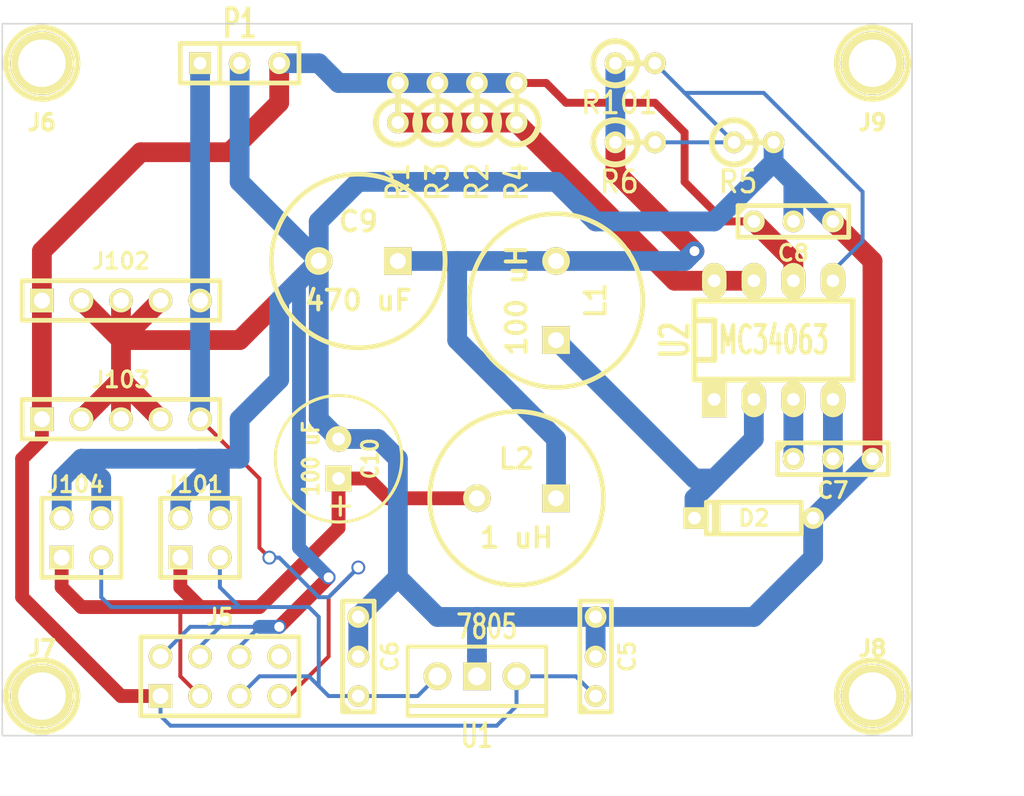
<source format=kicad_pcb>
(kicad_pcb (version 3) (host pcbnew "(2013-07-07 BZR 4022)-stable")

  (general
    (links 65)
    (no_connects 5)
    (area 58.229499 52.03825 127.050714 104.935)
    (thickness 1.6)
    (drawings 7)
    (tracks 177)
    (zones 0)
    (modules 28)
    (nets 11)
  )

  (page USLetter)
  (title_block 
    (title "AIA Rev. B Power Supply")
    (rev B01)
    (company "Ali Kocaturk")
  )

  (layers
    (15 F.Cu signal)
    (0 B.Cu signal)
    (17 F.Adhes user)
    (19 F.Paste user)
    (21 F.SilkS user)
    (23 F.Mask user)
    (25 Cmts.User user)
    (28 Edge.Cuts user)
  )

  (setup
    (last_trace_width 1.27)
    (user_trace_width 0.508)
    (user_trace_width 1.27)
    (trace_clearance 0.254)
    (zone_clearance 0.508)
    (zone_45_only no)
    (trace_min 0.254)
    (segment_width 0.2)
    (edge_width 0.1)
    (via_size 0.889)
    (via_drill 0.635)
    (via_min_size 0.889)
    (via_min_drill 0.508)
    (uvia_size 0.508)
    (uvia_drill 0.127)
    (uvias_allowed no)
    (uvia_min_size 0.508)
    (uvia_min_drill 0.127)
    (pcb_text_width 0.3)
    (pcb_text_size 1.5 1.5)
    (mod_edge_width 0.15)
    (mod_text_size 1 1)
    (mod_text_width 0.15)
    (pad_size 1.5 1.5)
    (pad_drill 0.6)
    (pad_to_mask_clearance 0)
    (aux_axis_origin 0 0)
    (visible_elements 7FFFFFFF)
    (pcbplotparams
      (layerselection 3178497)
      (usegerberextensions true)
      (excludeedgelayer true)
      (linewidth 0.150000)
      (plotframeref false)
      (viasonmask false)
      (mode 1)
      (useauxorigin false)
      (hpglpennumber 1)
      (hpglpenspeed 20)
      (hpglpendiameter 15)
      (hpglpenoverlay 2)
      (psnegative false)
      (psa4output false)
      (plotreference true)
      (plotvalue true)
      (plotothertext true)
      (plotinvisibletext false)
      (padsonsilk false)
      (subtractmaskfromsilk false)
      (outputformat 1)
      (mirror false)
      (drillshape 1)
      (scaleselection 1)
      (outputdirectory ""))
  )

  (net 0 "")
  (net 1 AGND)
  (net 2 N-0000010)
  (net 3 N-000003)
  (net 4 N-000004)
  (net 5 N-000008)
  (net 6 N-000009)
  (net 7 VAA)
  (net 8 VCC)
  (net 9 VDD)
  (net 10 VEE)

  (net_class Default "This is the default net class."
    (clearance 0.254)
    (trace_width 0.254)
    (via_dia 0.889)
    (via_drill 0.635)
    (uvia_dia 0.508)
    (uvia_drill 0.127)
    (add_net "")
    (add_net AGND)
    (add_net N-0000010)
    (add_net N-000003)
    (add_net N-000004)
    (add_net N-000008)
    (add_net N-000009)
    (add_net VAA)
    (add_net VCC)
    (add_net VDD)
    (add_net VEE)
  )

  (module R1 (layer F.Cu) (tedit 531AB1DC) (tstamp 5306D684)
    (at 88.9 58.42 90)
    (descr "Resistance verticale")
    (tags R)
    (path /5307D280)
    (autoplace_cost90 10)
    (autoplace_cost180 10)
    (fp_text reference R2 (at -5.08 0 90) (layer F.SilkS)
      (effects (font (size 1.397 1.27) (thickness 0.2032)))
    )
    (fp_text value 1 (at -5.08 2.54 90) (layer F.SilkS) hide
      (effects (font (size 1.397 1.27) (thickness 0.2032)))
    )
    (fp_line (start -1.27 0) (end 1.27 0) (layer F.SilkS) (width 0.381))
    (fp_circle (center -1.27 0) (end -0.635 1.27) (layer F.SilkS) (width 0.381))
    (pad 1 thru_hole circle (at -1.27 0 90) (size 1.397 1.397) (drill 0.8128)
      (layers *.Cu *.Mask F.SilkS)
      (net 2 N-0000010)
    )
    (pad 2 thru_hole circle (at 1.27 0 90) (size 1.397 1.397) (drill 0.8128)
      (layers *.Cu *.Mask F.SilkS)
      (net 8 VCC)
    )
    (model discret/verti_resistor.wrl
      (at (xyz 0 0 0))
      (scale (xyz 1 1 1))
      (rotate (xyz 0 0 0))
    )
  )

  (module R1 (layer F.Cu) (tedit 531AB1DF) (tstamp 5306D68C)
    (at 86.36 58.42 90)
    (descr "Resistance verticale")
    (tags R)
    (path /5307D286)
    (autoplace_cost90 10)
    (autoplace_cost180 10)
    (fp_text reference R3 (at -5.08 0 90) (layer F.SilkS)
      (effects (font (size 1.397 1.27) (thickness 0.2032)))
    )
    (fp_text value 1 (at -5.08 2.54 90) (layer F.SilkS) hide
      (effects (font (size 1.397 1.27) (thickness 0.2032)))
    )
    (fp_line (start -1.27 0) (end 1.27 0) (layer F.SilkS) (width 0.381))
    (fp_circle (center -1.27 0) (end -0.635 1.27) (layer F.SilkS) (width 0.381))
    (pad 1 thru_hole circle (at -1.27 0 90) (size 1.397 1.397) (drill 0.8128)
      (layers *.Cu *.Mask F.SilkS)
      (net 2 N-0000010)
    )
    (pad 2 thru_hole circle (at 1.27 0 90) (size 1.397 1.397) (drill 0.8128)
      (layers *.Cu *.Mask F.SilkS)
      (net 8 VCC)
    )
    (model discret/verti_resistor.wrl
      (at (xyz 0 0 0))
      (scale (xyz 1 1 1))
      (rotate (xyz 0 0 0))
    )
  )

  (module pin_array_4x2 (layer F.Cu) (tedit 3FAB90E6) (tstamp 5306D6D2)
    (at 72.39 95.25)
    (descr "Double rangee de contacts 2 x 4 pins")
    (tags CONN)
    (path /5306D100)
    (fp_text reference J5 (at 0 -3.81) (layer F.SilkS)
      (effects (font (size 1.016 1.016) (thickness 0.2032)))
    )
    (fp_text value "EXP POWER" (at 0 3.81) (layer F.SilkS) hide
      (effects (font (size 1.016 1.016) (thickness 0.2032)))
    )
    (fp_line (start -5.08 -2.54) (end 5.08 -2.54) (layer F.SilkS) (width 0.3048))
    (fp_line (start 5.08 -2.54) (end 5.08 2.54) (layer F.SilkS) (width 0.3048))
    (fp_line (start 5.08 2.54) (end -5.08 2.54) (layer F.SilkS) (width 0.3048))
    (fp_line (start -5.08 2.54) (end -5.08 -2.54) (layer F.SilkS) (width 0.3048))
    (pad 1 thru_hole rect (at -3.81 1.27) (size 1.524 1.524) (drill 1.016)
      (layers *.Cu *.Mask F.SilkS)
      (net 8 VCC)
    )
    (pad 2 thru_hole circle (at -3.81 -1.27) (size 1.524 1.524) (drill 1.016)
      (layers *.Cu *.Mask F.SilkS)
      (net 1 AGND)
    )
    (pad 3 thru_hole circle (at -1.27 1.27) (size 1.524 1.524) (drill 1.016)
      (layers *.Cu *.Mask F.SilkS)
      (net 9 VDD)
    )
    (pad 4 thru_hole circle (at -1.27 -1.27) (size 1.524 1.524) (drill 1.016)
      (layers *.Cu *.Mask F.SilkS)
      (net 1 AGND)
    )
    (pad 5 thru_hole circle (at 1.27 1.27) (size 1.524 1.524) (drill 1.016)
      (layers *.Cu *.Mask F.SilkS)
      (net 7 VAA)
    )
    (pad 6 thru_hole circle (at 1.27 -1.27) (size 1.524 1.524) (drill 1.016)
      (layers *.Cu *.Mask F.SilkS)
      (net 1 AGND)
    )
    (pad 7 thru_hole circle (at 3.81 1.27) (size 1.524 1.524) (drill 1.016)
      (layers *.Cu *.Mask F.SilkS)
      (net 10 VEE)
    )
    (pad 8 thru_hole circle (at 3.81 -1.27) (size 1.524 1.524) (drill 1.016)
      (layers *.Cu *.Mask F.SilkS)
    )
    (model pin_array/pins_array_4x2.wrl
      (at (xyz 0 0 0))
      (scale (xyz 1 1 1))
      (rotate (xyz 0 0 0))
    )
  )

  (module LM78XXV (layer F.Cu) (tedit 4C5EE157) (tstamp 5306D6E0)
    (at 88.9 95.25 270)
    (descr "Regulateur TO220 serie LM78xx")
    (tags "TR TO220")
    (path /53065E74)
    (fp_text reference U1 (at 3.81 0 360) (layer F.SilkS)
      (effects (font (size 1.524 1.016) (thickness 0.2032)))
    )
    (fp_text value 7805 (at -3.175 -0.635 360) (layer F.SilkS)
      (effects (font (size 1.524 1.016) (thickness 0.2032)))
    )
    (fp_line (start 1.905 -4.445) (end 2.54 -4.445) (layer F.SilkS) (width 0.254))
    (fp_line (start 2.54 -4.445) (end 2.54 4.445) (layer F.SilkS) (width 0.254))
    (fp_line (start 2.54 4.445) (end 1.905 4.445) (layer F.SilkS) (width 0.254))
    (fp_line (start -1.905 -4.445) (end 1.905 -4.445) (layer F.SilkS) (width 0.254))
    (fp_line (start 1.905 -4.445) (end 1.905 4.445) (layer F.SilkS) (width 0.254))
    (fp_line (start 1.905 4.445) (end -1.905 4.445) (layer F.SilkS) (width 0.254))
    (fp_line (start -1.905 4.445) (end -1.905 -4.445) (layer F.SilkS) (width 0.254))
    (pad VI thru_hole circle (at 0 -2.54 270) (size 1.778 1.778) (drill 1.143)
      (layers *.Cu *.Mask F.SilkS)
      (net 8 VCC)
    )
    (pad GND thru_hole rect (at 0 0 270) (size 1.778 1.778) (drill 1.143)
      (layers *.Cu *.Mask F.SilkS)
      (net 1 AGND)
    )
    (pad VO thru_hole circle (at 0 2.54 270) (size 1.778 1.778) (drill 1.143)
      (layers *.Cu *.Mask F.SilkS)
      (net 7 VAA)
    )
  )

  (module DIP-8__300_ELL (layer F.Cu) (tedit 200000) (tstamp 5306D6F3)
    (at 107.95 73.66)
    (descr "8 pins DIL package, elliptical pads")
    (tags DIL)
    (path /530660E9)
    (fp_text reference U2 (at -6.35 0 90) (layer F.SilkS)
      (effects (font (size 1.778 1.143) (thickness 0.3048)))
    )
    (fp_text value MC34063 (at 0 0) (layer F.SilkS)
      (effects (font (size 1.778 1.016) (thickness 0.3048)))
    )
    (fp_line (start -5.08 -1.27) (end -3.81 -1.27) (layer F.SilkS) (width 0.381))
    (fp_line (start -3.81 -1.27) (end -3.81 1.27) (layer F.SilkS) (width 0.381))
    (fp_line (start -3.81 1.27) (end -5.08 1.27) (layer F.SilkS) (width 0.381))
    (fp_line (start -5.08 -2.54) (end 5.08 -2.54) (layer F.SilkS) (width 0.381))
    (fp_line (start 5.08 -2.54) (end 5.08 2.54) (layer F.SilkS) (width 0.381))
    (fp_line (start 5.08 2.54) (end -5.08 2.54) (layer F.SilkS) (width 0.381))
    (fp_line (start -5.08 2.54) (end -5.08 -2.54) (layer F.SilkS) (width 0.381))
    (pad 1 thru_hole rect (at -3.81 3.81) (size 1.5748 2.286) (drill 0.8128)
      (layers *.Cu *.Mask F.SilkS)
      (net 2 N-0000010)
    )
    (pad 2 thru_hole oval (at -1.27 3.81) (size 1.5748 2.286) (drill 0.8128)
      (layers *.Cu *.Mask F.SilkS)
      (net 3 N-000003)
    )
    (pad 3 thru_hole oval (at 1.27 3.81) (size 1.5748 2.286) (drill 0.8128)
      (layers *.Cu *.Mask F.SilkS)
      (net 4 N-000004)
    )
    (pad 4 thru_hole oval (at 3.81 3.81) (size 1.5748 2.286) (drill 0.8128)
      (layers *.Cu *.Mask F.SilkS)
      (net 1 AGND)
    )
    (pad 5 thru_hole oval (at 3.81 -3.81) (size 1.5748 2.286) (drill 0.8128)
      (layers *.Cu *.Mask F.SilkS)
      (net 5 N-000008)
    )
    (pad 6 thru_hole oval (at 1.27 -3.81) (size 1.5748 2.286) (drill 0.8128)
      (layers *.Cu *.Mask F.SilkS)
      (net 8 VCC)
    )
    (pad 7 thru_hole oval (at -1.27 -3.81) (size 1.5748 2.286) (drill 0.8128)
      (layers *.Cu *.Mask F.SilkS)
      (net 2 N-0000010)
    )
    (pad 8 thru_hole oval (at -3.81 -3.81) (size 1.5748 2.286) (drill 0.8128)
      (layers *.Cu *.Mask F.SilkS)
      (net 2 N-0000010)
    )
    (model dil/dil_8.wrl
      (at (xyz 0 0 0))
      (scale (xyz 1 1 1))
      (rotate (xyz 0 0 0))
    )
  )

  (module C2V10 (layer F.Cu) (tedit 41854742) (tstamp 5306D708)
    (at 93.98 71.12 90)
    (descr "Condensateur polarise")
    (tags CP)
    (path /530663FF)
    (fp_text reference L1 (at 0 2.54 90) (layer F.SilkS)
      (effects (font (size 1.27 1.27) (thickness 0.254)))
    )
    (fp_text value "100 uH" (at 0 -2.54 90) (layer F.SilkS)
      (effects (font (size 1.27 1.27) (thickness 0.254)))
    )
    (fp_circle (center 0 0) (end 4.826 -2.794) (layer F.SilkS) (width 0.3048))
    (pad 1 thru_hole rect (at -2.54 0 90) (size 1.778 1.778) (drill 1.016)
      (layers *.Cu *.Mask F.SilkS)
      (net 3 N-000003)
    )
    (pad 2 thru_hole circle (at 2.54 0 90) (size 1.778 1.778) (drill 1.016)
      (layers *.Cu *.Mask F.SilkS)
      (net 6 N-000009)
    )
    (model discret/c_vert_c2v10.wrl
      (at (xyz 0 0 0))
      (scale (xyz 1 1 1))
      (rotate (xyz 0 0 0))
    )
  )

  (module C2V10 (layer F.Cu) (tedit 41854742) (tstamp 5306D70F)
    (at 81.28 68.58 180)
    (descr "Condensateur polarise")
    (tags CP)
    (path /5306691A)
    (fp_text reference C9 (at 0 2.54 180) (layer F.SilkS)
      (effects (font (size 1.27 1.27) (thickness 0.254)))
    )
    (fp_text value "470 uF" (at 0 -2.54 180) (layer F.SilkS)
      (effects (font (size 1.27 1.27) (thickness 0.254)))
    )
    (fp_circle (center 0 0) (end 4.826 -2.794) (layer F.SilkS) (width 0.3048))
    (pad 1 thru_hole rect (at -2.54 0 180) (size 1.778 1.778) (drill 1.016)
      (layers *.Cu *.Mask F.SilkS)
      (net 6 N-000009)
    )
    (pad 2 thru_hole circle (at 2.54 0 180) (size 1.778 1.778) (drill 1.016)
      (layers *.Cu *.Mask F.SilkS)
      (net 1 AGND)
    )
    (model discret/c_vert_c2v10.wrl
      (at (xyz 0 0 0))
      (scale (xyz 1 1 1))
      (rotate (xyz 0 0 0))
    )
  )

  (module C2V10 (layer F.Cu) (tedit 41854742) (tstamp 5306D716)
    (at 91.44 83.82 180)
    (descr "Condensateur polarise")
    (tags CP)
    (path /53066AFE)
    (fp_text reference L2 (at 0 2.54 180) (layer F.SilkS)
      (effects (font (size 1.27 1.27) (thickness 0.254)))
    )
    (fp_text value "1 uH" (at 0 -2.54 180) (layer F.SilkS)
      (effects (font (size 1.27 1.27) (thickness 0.254)))
    )
    (fp_circle (center 0 0) (end 4.826 -2.794) (layer F.SilkS) (width 0.3048))
    (pad 1 thru_hole rect (at -2.54 0 180) (size 1.778 1.778) (drill 1.016)
      (layers *.Cu *.Mask F.SilkS)
      (net 6 N-000009)
    )
    (pad 2 thru_hole circle (at 2.54 0 180) (size 1.778 1.778) (drill 1.016)
      (layers *.Cu *.Mask F.SilkS)
      (net 9 VDD)
    )
    (model discret/c_vert_c2v10.wrl
      (at (xyz 0 0 0))
      (scale (xyz 1 1 1))
      (rotate (xyz 0 0 0))
    )
  )

  (module C1V8 (layer F.Cu) (tedit 3DD3A719) (tstamp 5306D74A)
    (at 80.01 81.28 90)
    (path /53066BCE)
    (fp_text reference C10 (at 0 2.032 90) (layer F.SilkS)
      (effects (font (size 1.016 0.889) (thickness 0.2032)))
    )
    (fp_text value "100 uF" (at 0 -1.77546 90) (layer F.SilkS)
      (effects (font (size 1.016 0.889) (thickness 0.2032)))
    )
    (fp_text user + (at -3.04546 0 90) (layer F.SilkS)
      (effects (font (size 1.524 1.524) (thickness 0.2032)))
    )
    (fp_circle (center 0 0) (end 4.064 0) (layer F.SilkS) (width 0.2032))
    (pad 1 thru_hole rect (at -1.27 0 90) (size 1.651 1.651) (drill 0.8128)
      (layers *.Cu *.Mask F.SilkS)
      (net 9 VDD)
    )
    (pad 2 thru_hole circle (at 1.27 0 90) (size 1.651 1.651) (drill 0.8128)
      (layers *.Cu *.Mask F.SilkS)
      (net 1 AGND)
    )
    (model discret/c_vert_c1v8.wrl
      (at (xyz 0 0 0))
      (scale (xyz 1 1 1))
      (rotate (xyz 0 0 0))
    )
  )

  (module 1pin (layer F.Cu) (tedit 5306E828) (tstamp 5306D750)
    (at 60.96 55.88)
    (descr "module 1 pin (ou trou mecanique de percage)")
    (tags DEV)
    (path /5306C6FB)
    (fp_text reference J6 (at 0 3.81) (layer F.SilkS)
      (effects (font (size 1.016 1.016) (thickness 0.254)))
    )
    (fp_text value HOLE (at 0 2.794) (layer F.SilkS) hide
      (effects (font (size 1.016 1.016) (thickness 0.254)))
    )
    (fp_circle (center 0 0) (end 0 -2.286) (layer F.SilkS) (width 0.381))
    (pad 1 thru_hole circle (at 0 0) (size 4.064 4.064) (drill 3.048)
      (layers *.Cu *.Mask F.SilkS)
    )
  )

  (module 1pin (layer F.Cu) (tedit 200000) (tstamp 5306D756)
    (at 60.96 96.52)
    (descr "module 1 pin (ou trou mecanique de percage)")
    (tags DEV)
    (path /5306C97B)
    (fp_text reference J7 (at 0 -3.048) (layer F.SilkS)
      (effects (font (size 1.016 1.016) (thickness 0.254)))
    )
    (fp_text value HOLE (at 0 2.794) (layer F.SilkS) hide
      (effects (font (size 1.016 1.016) (thickness 0.254)))
    )
    (fp_circle (center 0 0) (end 0 -2.286) (layer F.SilkS) (width 0.381))
    (pad 1 thru_hole circle (at 0 0) (size 4.064 4.064) (drill 3.048)
      (layers *.Cu *.Mask F.SilkS)
    )
  )

  (module 1pin (layer F.Cu) (tedit 200000) (tstamp 5306D75C)
    (at 114.3 96.52)
    (descr "module 1 pin (ou trou mecanique de percage)")
    (tags DEV)
    (path /5306C981)
    (fp_text reference J8 (at 0 -3.048) (layer F.SilkS)
      (effects (font (size 1.016 1.016) (thickness 0.254)))
    )
    (fp_text value HOLE (at 0 2.794) (layer F.SilkS) hide
      (effects (font (size 1.016 1.016) (thickness 0.254)))
    )
    (fp_circle (center 0 0) (end 0 -2.286) (layer F.SilkS) (width 0.381))
    (pad 1 thru_hole circle (at 0 0) (size 4.064 4.064) (drill 3.048)
      (layers *.Cu *.Mask F.SilkS)
    )
  )

  (module 1pin (layer F.Cu) (tedit 5306E82C) (tstamp 5306D762)
    (at 114.3 55.88)
    (descr "module 1 pin (ou trou mecanique de percage)")
    (tags DEV)
    (path /5306C987)
    (fp_text reference J9 (at 0 3.81) (layer F.SilkS)
      (effects (font (size 1.016 1.016) (thickness 0.254)))
    )
    (fp_text value HOLE (at 0 2.794) (layer F.SilkS) hide
      (effects (font (size 1.016 1.016) (thickness 0.254)))
    )
    (fp_circle (center 0 0) (end 0 -2.286) (layer F.SilkS) (width 0.381))
    (pad 1 thru_hole circle (at 0 0) (size 4.064 4.064) (drill 3.048)
      (layers *.Cu *.Mask F.SilkS)
    )
  )

  (module D3 (layer F.Cu) (tedit 200000) (tstamp 5306D701)
    (at 106.68 85.09 180)
    (descr "Diode 3 pas")
    (tags "DIODE DEV")
    (path /530664CA)
    (fp_text reference D2 (at 0 0 180) (layer F.SilkS)
      (effects (font (size 1.016 1.016) (thickness 0.2032)))
    )
    (fp_text value 1N5819 (at 0 0 180) (layer F.SilkS) hide
      (effects (font (size 1.016 1.016) (thickness 0.2032)))
    )
    (fp_line (start 3.81 0) (end 3.048 0) (layer F.SilkS) (width 0.3048))
    (fp_line (start 3.048 0) (end 3.048 -1.016) (layer F.SilkS) (width 0.3048))
    (fp_line (start 3.048 -1.016) (end -3.048 -1.016) (layer F.SilkS) (width 0.3048))
    (fp_line (start -3.048 -1.016) (end -3.048 0) (layer F.SilkS) (width 0.3048))
    (fp_line (start -3.048 0) (end -3.81 0) (layer F.SilkS) (width 0.3048))
    (fp_line (start -3.048 0) (end -3.048 1.016) (layer F.SilkS) (width 0.3048))
    (fp_line (start -3.048 1.016) (end 3.048 1.016) (layer F.SilkS) (width 0.3048))
    (fp_line (start 3.048 1.016) (end 3.048 0) (layer F.SilkS) (width 0.3048))
    (fp_line (start 2.54 -1.016) (end 2.54 1.016) (layer F.SilkS) (width 0.3048))
    (fp_line (start 2.286 1.016) (end 2.286 -1.016) (layer F.SilkS) (width 0.3048))
    (pad 2 thru_hole rect (at 3.81 0 180) (size 1.397 1.397) (drill 0.8128)
      (layers *.Cu *.Mask F.SilkS)
      (net 3 N-000003)
    )
    (pad 1 thru_hole circle (at -3.81 0 180) (size 1.397 1.397) (drill 0.8128)
      (layers *.Cu *.Mask F.SilkS)
      (net 1 AGND)
    )
    (model discret/diode.wrl
      (at (xyz 0 0 0))
      (scale (xyz 0.3 0.3 0.3))
      (rotate (xyz 0 0 0))
    )
  )

  (module SIL-3 (layer F.Cu) (tedit 200000) (tstamp 531AB0E6)
    (at 73.66 55.88)
    (descr "Connecteur 3 pins")
    (tags "CONN DEV")
    (path /5306D71C)
    (fp_text reference P1 (at 0 -2.54) (layer F.SilkS)
      (effects (font (size 1.7907 1.07696) (thickness 0.3048)))
    )
    (fp_text value "17V CAPS" (at 0 -2.54) (layer F.SilkS) hide
      (effects (font (size 1.524 1.016) (thickness 0.3048)))
    )
    (fp_line (start -3.81 1.27) (end -3.81 -1.27) (layer F.SilkS) (width 0.3048))
    (fp_line (start -3.81 -1.27) (end 3.81 -1.27) (layer F.SilkS) (width 0.3048))
    (fp_line (start 3.81 -1.27) (end 3.81 1.27) (layer F.SilkS) (width 0.3048))
    (fp_line (start 3.81 1.27) (end -3.81 1.27) (layer F.SilkS) (width 0.3048))
    (fp_line (start -1.27 -1.27) (end -1.27 1.27) (layer F.SilkS) (width 0.3048))
    (pad 1 thru_hole rect (at -2.54 0) (size 1.397 1.397) (drill 0.8128)
      (layers *.Cu *.Mask F.SilkS)
      (net 10 VEE)
    )
    (pad 2 thru_hole circle (at 0 0) (size 1.397 1.397) (drill 0.8128)
      (layers *.Cu *.Mask F.SilkS)
      (net 1 AGND)
    )
    (pad 3 thru_hole circle (at 2.54 0) (size 1.397 1.397) (drill 0.8128)
      (layers *.Cu *.Mask F.SilkS)
      (net 8 VCC)
    )
  )

  (module R1 (layer F.Cu) (tedit 200000) (tstamp 531AB0EE)
    (at 99.06 60.96)
    (descr "Resistance verticale")
    (tags R)
    (path /53066836)
    (autoplace_cost90 10)
    (autoplace_cost180 10)
    (fp_text reference R6 (at -1.016 2.54) (layer F.SilkS)
      (effects (font (size 1.397 1.27) (thickness 0.2032)))
    )
    (fp_text value 33k (at -1.143 2.54) (layer F.SilkS) hide
      (effects (font (size 1.397 1.27) (thickness 0.2032)))
    )
    (fp_line (start -1.27 0) (end 1.27 0) (layer F.SilkS) (width 0.381))
    (fp_circle (center -1.27 0) (end -0.635 1.27) (layer F.SilkS) (width 0.381))
    (pad 1 thru_hole circle (at -1.27 0) (size 1.397 1.397) (drill 0.8128)
      (layers *.Cu *.Mask F.SilkS)
      (net 6 N-000009)
    )
    (pad 2 thru_hole circle (at 1.27 0) (size 1.397 1.397) (drill 0.8128)
      (layers *.Cu *.Mask F.SilkS)
      (net 5 N-000008)
    )
    (model discret/verti_resistor.wrl
      (at (xyz 0 0 0))
      (scale (xyz 1 1 1))
      (rotate (xyz 0 0 0))
    )
  )

  (module R1 (layer F.Cu) (tedit 200000) (tstamp 531AB0F6)
    (at 106.68 60.96)
    (descr "Resistance verticale")
    (tags R)
    (path /53066A66)
    (autoplace_cost90 10)
    (autoplace_cost180 10)
    (fp_text reference R5 (at -1.016 2.54) (layer F.SilkS)
      (effects (font (size 1.397 1.27) (thickness 0.2032)))
    )
    (fp_text value 1.2k (at -1.143 2.54) (layer F.SilkS) hide
      (effects (font (size 1.397 1.27) (thickness 0.2032)))
    )
    (fp_line (start -1.27 0) (end 1.27 0) (layer F.SilkS) (width 0.381))
    (fp_circle (center -1.27 0) (end -0.635 1.27) (layer F.SilkS) (width 0.381))
    (pad 1 thru_hole circle (at -1.27 0) (size 1.397 1.397) (drill 0.8128)
      (layers *.Cu *.Mask F.SilkS)
      (net 5 N-000008)
    )
    (pad 2 thru_hole circle (at 1.27 0) (size 1.397 1.397) (drill 0.8128)
      (layers *.Cu *.Mask F.SilkS)
      (net 1 AGND)
    )
    (model discret/verti_resistor.wrl
      (at (xyz 0 0 0))
      (scale (xyz 1 1 1))
      (rotate (xyz 0 0 0))
    )
  )

  (module R1 (layer F.Cu) (tedit 531AB1DA) (tstamp 531AB0FE)
    (at 91.44 58.42 90)
    (descr "Resistance verticale")
    (tags R)
    (path /5307D28C)
    (autoplace_cost90 10)
    (autoplace_cost180 10)
    (fp_text reference R4 (at -5.08 0 90) (layer F.SilkS)
      (effects (font (size 1.397 1.27) (thickness 0.2032)))
    )
    (fp_text value 1 (at -5.08 2.54 90) (layer F.SilkS) hide
      (effects (font (size 1.397 1.27) (thickness 0.2032)))
    )
    (fp_line (start -1.27 0) (end 1.27 0) (layer F.SilkS) (width 0.381))
    (fp_circle (center -1.27 0) (end -0.635 1.27) (layer F.SilkS) (width 0.381))
    (pad 1 thru_hole circle (at -1.27 0 90) (size 1.397 1.397) (drill 0.8128)
      (layers *.Cu *.Mask F.SilkS)
      (net 2 N-0000010)
    )
    (pad 2 thru_hole circle (at 1.27 0 90) (size 1.397 1.397) (drill 0.8128)
      (layers *.Cu *.Mask F.SilkS)
      (net 8 VCC)
    )
    (model discret/verti_resistor.wrl
      (at (xyz 0 0 0))
      (scale (xyz 1 1 1))
      (rotate (xyz 0 0 0))
    )
  )

  (module R1 (layer F.Cu) (tedit 200000) (tstamp 531AB106)
    (at 99.06 55.88)
    (descr "Resistance verticale")
    (tags R)
    (path /5307D736)
    (autoplace_cost90 10)
    (autoplace_cost180 10)
    (fp_text reference R101 (at -1.016 2.54) (layer F.SilkS)
      (effects (font (size 1.397 1.27) (thickness 0.2032)))
    )
    (fp_text value 33k (at -1.143 2.54) (layer F.SilkS) hide
      (effects (font (size 1.397 1.27) (thickness 0.2032)))
    )
    (fp_line (start -1.27 0) (end 1.27 0) (layer F.SilkS) (width 0.381))
    (fp_circle (center -1.27 0) (end -0.635 1.27) (layer F.SilkS) (width 0.381))
    (pad 1 thru_hole circle (at -1.27 0) (size 1.397 1.397) (drill 0.8128)
      (layers *.Cu *.Mask F.SilkS)
      (net 6 N-000009)
    )
    (pad 2 thru_hole circle (at 1.27 0) (size 1.397 1.397) (drill 0.8128)
      (layers *.Cu *.Mask F.SilkS)
      (net 5 N-000008)
    )
    (model discret/verti_resistor.wrl
      (at (xyz 0 0 0))
      (scale (xyz 1 1 1))
      (rotate (xyz 0 0 0))
    )
  )

  (module PIN_ARRAY_5x1 (layer F.Cu) (tedit 45976D86) (tstamp 531AB113)
    (at 66.04 71.12)
    (descr "Double rangee de contacts 2 x 5 pins")
    (tags CONN)
    (path /531AAFD3)
    (fp_text reference J102 (at 0 -2.54) (layer F.SilkS)
      (effects (font (size 1.016 1.016) (thickness 0.2032)))
    )
    (fp_text value "AMP PWR" (at 0 2.54) (layer F.SilkS) hide
      (effects (font (size 1.016 1.016) (thickness 0.2032)))
    )
    (fp_line (start -6.35 -1.27) (end -6.35 1.27) (layer F.SilkS) (width 0.3048))
    (fp_line (start 6.35 1.27) (end 6.35 -1.27) (layer F.SilkS) (width 0.3048))
    (fp_line (start -6.35 -1.27) (end 6.35 -1.27) (layer F.SilkS) (width 0.3048))
    (fp_line (start 6.35 1.27) (end -6.35 1.27) (layer F.SilkS) (width 0.3048))
    (pad 1 thru_hole rect (at -5.08 0) (size 1.524 1.524) (drill 1.016)
      (layers *.Cu *.Mask F.SilkS)
      (net 8 VCC)
    )
    (pad 2 thru_hole circle (at -2.54 0) (size 1.524 1.524) (drill 1.016)
      (layers *.Cu *.Mask F.SilkS)
      (net 1 AGND)
    )
    (pad 3 thru_hole circle (at 0 0) (size 1.524 1.524) (drill 1.016)
      (layers *.Cu *.Mask F.SilkS)
      (net 1 AGND)
    )
    (pad 4 thru_hole circle (at 2.54 0) (size 1.524 1.524) (drill 1.016)
      (layers *.Cu *.Mask F.SilkS)
      (net 1 AGND)
    )
    (pad 5 thru_hole circle (at 5.08 0) (size 1.524 1.524) (drill 1.016)
      (layers *.Cu *.Mask F.SilkS)
      (net 10 VEE)
    )
    (model pin_array/pins_array_5x1.wrl
      (at (xyz 0 0 0))
      (scale (xyz 1 1 1))
      (rotate (xyz 0 0 0))
    )
  )

  (module PIN_ARRAY_5x1 (layer F.Cu) (tedit 45976D86) (tstamp 531AB120)
    (at 66.04 78.74)
    (descr "Double rangee de contacts 2 x 5 pins")
    (tags CONN)
    (path /531AAFEA)
    (fp_text reference J103 (at 0 -2.54) (layer F.SilkS)
      (effects (font (size 1.016 1.016) (thickness 0.2032)))
    )
    (fp_text value "AMP PWR" (at 0 2.54) (layer F.SilkS) hide
      (effects (font (size 1.016 1.016) (thickness 0.2032)))
    )
    (fp_line (start -6.35 -1.27) (end -6.35 1.27) (layer F.SilkS) (width 0.3048))
    (fp_line (start 6.35 1.27) (end 6.35 -1.27) (layer F.SilkS) (width 0.3048))
    (fp_line (start -6.35 -1.27) (end 6.35 -1.27) (layer F.SilkS) (width 0.3048))
    (fp_line (start 6.35 1.27) (end -6.35 1.27) (layer F.SilkS) (width 0.3048))
    (pad 1 thru_hole rect (at -5.08 0) (size 1.524 1.524) (drill 1.016)
      (layers *.Cu *.Mask F.SilkS)
      (net 8 VCC)
    )
    (pad 2 thru_hole circle (at -2.54 0) (size 1.524 1.524) (drill 1.016)
      (layers *.Cu *.Mask F.SilkS)
      (net 1 AGND)
    )
    (pad 3 thru_hole circle (at 0 0) (size 1.524 1.524) (drill 1.016)
      (layers *.Cu *.Mask F.SilkS)
      (net 1 AGND)
    )
    (pad 4 thru_hole circle (at 2.54 0) (size 1.524 1.524) (drill 1.016)
      (layers *.Cu *.Mask F.SilkS)
      (net 1 AGND)
    )
    (pad 5 thru_hole circle (at 5.08 0) (size 1.524 1.524) (drill 1.016)
      (layers *.Cu *.Mask F.SilkS)
      (net 10 VEE)
    )
    (model pin_array/pins_array_5x1.wrl
      (at (xyz 0 0 0))
      (scale (xyz 1 1 1))
      (rotate (xyz 0 0 0))
    )
  )

  (module PIN_ARRAY_2X2 (layer F.Cu) (tedit 3FAB87D4) (tstamp 531AB12C)
    (at 63.5 86.36)
    (descr "Double rangee de contacts 2 x 2 pins")
    (tags CONN)
    (path /531AB01B)
    (fp_text reference J104 (at -0.381 -3.429) (layer F.SilkS)
      (effects (font (size 1.016 1.016) (thickness 0.2032)))
    )
    (fp_text value "CB PWR" (at 0 3.048) (layer F.SilkS) hide
      (effects (font (size 1.016 1.016) (thickness 0.2032)))
    )
    (fp_line (start -2.54 -2.54) (end 2.54 -2.54) (layer F.SilkS) (width 0.3048))
    (fp_line (start 2.54 -2.54) (end 2.54 2.54) (layer F.SilkS) (width 0.3048))
    (fp_line (start 2.54 2.54) (end -2.54 2.54) (layer F.SilkS) (width 0.3048))
    (fp_line (start -2.54 2.54) (end -2.54 -2.54) (layer F.SilkS) (width 0.3048))
    (pad 1 thru_hole rect (at -1.27 1.27) (size 1.524 1.524) (drill 1.016)
      (layers *.Cu *.Mask F.SilkS)
      (net 9 VDD)
    )
    (pad 2 thru_hole circle (at -1.27 -1.27) (size 1.524 1.524) (drill 1.016)
      (layers *.Cu *.Mask F.SilkS)
      (net 1 AGND)
    )
    (pad 3 thru_hole circle (at 1.27 1.27) (size 1.524 1.524) (drill 1.016)
      (layers *.Cu *.Mask F.SilkS)
      (net 7 VAA)
    )
    (pad 4 thru_hole circle (at 1.27 -1.27) (size 1.524 1.524) (drill 1.016)
      (layers *.Cu *.Mask F.SilkS)
      (net 1 AGND)
    )
    (model pin_array/pins_array_2x2.wrl
      (at (xyz 0 0 0))
      (scale (xyz 1 1 1))
      (rotate (xyz 0 0 0))
    )
  )

  (module PIN_ARRAY_2X2 (layer F.Cu) (tedit 3FAB87D4) (tstamp 531AB138)
    (at 71.12 86.36)
    (descr "Double rangee de contacts 2 x 2 pins")
    (tags CONN)
    (path /531AB374)
    (fp_text reference J101 (at -0.381 -3.429) (layer F.SilkS)
      (effects (font (size 1.016 1.016) (thickness 0.2032)))
    )
    (fp_text value "PRE PWR" (at 0 3.048) (layer F.SilkS) hide
      (effects (font (size 1.016 1.016) (thickness 0.2032)))
    )
    (fp_line (start -2.54 -2.54) (end 2.54 -2.54) (layer F.SilkS) (width 0.3048))
    (fp_line (start 2.54 -2.54) (end 2.54 2.54) (layer F.SilkS) (width 0.3048))
    (fp_line (start 2.54 2.54) (end -2.54 2.54) (layer F.SilkS) (width 0.3048))
    (fp_line (start -2.54 2.54) (end -2.54 -2.54) (layer F.SilkS) (width 0.3048))
    (pad 1 thru_hole rect (at -1.27 1.27) (size 1.524 1.524) (drill 1.016)
      (layers *.Cu *.Mask F.SilkS)
      (net 9 VDD)
    )
    (pad 2 thru_hole circle (at -1.27 -1.27) (size 1.524 1.524) (drill 1.016)
      (layers *.Cu *.Mask F.SilkS)
      (net 1 AGND)
    )
    (pad 3 thru_hole circle (at 1.27 1.27) (size 1.524 1.524) (drill 1.016)
      (layers *.Cu *.Mask F.SilkS)
      (net 7 VAA)
    )
    (pad 4 thru_hole circle (at 1.27 -1.27) (size 1.524 1.524) (drill 1.016)
      (layers *.Cu *.Mask F.SilkS)
      (net 1 AGND)
    )
    (model pin_array/pins_array_2x2.wrl
      (at (xyz 0 0 0))
      (scale (xyz 1 1 1))
      (rotate (xyz 0 0 0))
    )
  )

  (module R1 (layer F.Cu) (tedit 531AB1D9) (tstamp 5306D67C)
    (at 83.82 58.42 90)
    (descr "Resistance verticale")
    (tags R)
    (path /530662C0)
    (autoplace_cost90 10)
    (autoplace_cost180 10)
    (fp_text reference R1 (at -5.08 0 90) (layer F.SilkS)
      (effects (font (size 1.397 1.27) (thickness 0.2032)))
    )
    (fp_text value 1 (at -5.08 2.54 90) (layer F.SilkS) hide
      (effects (font (size 1.397 1.27) (thickness 0.2032)))
    )
    (fp_line (start -1.27 0) (end 1.27 0) (layer F.SilkS) (width 0.381))
    (fp_circle (center -1.27 0) (end -0.635 1.27) (layer F.SilkS) (width 0.381))
    (pad 1 thru_hole circle (at -1.27 0 90) (size 1.397 1.397) (drill 0.8128)
      (layers *.Cu *.Mask F.SilkS)
      (net 2 N-0000010)
    )
    (pad 2 thru_hole circle (at 1.27 0 90) (size 1.397 1.397) (drill 0.8128)
      (layers *.Cu *.Mask F.SilkS)
      (net 8 VCC)
    )
    (model discret/verti_resistor.wrl
      (at (xyz 0 0 0))
      (scale (xyz 1 1 1))
      (rotate (xyz 0 0 0))
    )
  )

  (module C1-1 (layer F.Cu) (tedit 200000) (tstamp 5306D721)
    (at 109.22 66.04)
    (descr "Condensateur e = 1 ou 2 pas")
    (tags C)
    (path /53066140)
    (fp_text reference C8 (at 0 2.032) (layer F.SilkS)
      (effects (font (size 1.016 1.016) (thickness 0.2032)))
    )
    (fp_text value "0.1 uF" (at 0 2.032) (layer F.SilkS) hide
      (effects (font (size 1.016 1.016) (thickness 0.2032)))
    )
    (fp_line (start -3.556 -1.016) (end 3.556 -1.016) (layer F.SilkS) (width 0.3048))
    (fp_line (start 3.556 -1.016) (end 3.556 1.016) (layer F.SilkS) (width 0.3048))
    (fp_line (start 3.556 1.016) (end -3.556 1.016) (layer F.SilkS) (width 0.3048))
    (fp_line (start -3.556 1.016) (end -3.556 -1.016) (layer F.SilkS) (width 0.3048))
    (fp_line (start -3.556 -0.508) (end -3.048 -1.016) (layer F.SilkS) (width 0.3048))
    (pad 1 thru_hole circle (at -2.54 0) (size 1.397 1.397) (drill 0.8128)
      (layers *.Cu *.Mask F.SilkS)
      (net 8 VCC)
    )
    (pad 2 thru_hole circle (at 2.54 0) (size 1.397 1.397) (drill 0.8128)
      (layers *.Cu *.Mask F.SilkS)
      (net 1 AGND)
    )
    (pad 2 thru_hole circle (at 0 0) (size 1.397 1.397) (drill 0.8128)
      (layers *.Cu *.Mask F.SilkS)
      (net 1 AGND)
    )
    (model discret/capa_2pas_5x5mm.wrl
      (at (xyz 0 0 0))
      (scale (xyz 1 1 1))
      (rotate (xyz 0 0 0))
    )
  )

  (module C1-1 (layer F.Cu) (tedit 200000) (tstamp 5306D72C)
    (at 96.52 93.98 90)
    (descr "Condensateur e = 1 ou 2 pas")
    (tags C)
    (path /53065E65)
    (fp_text reference C5 (at 0 2.032 90) (layer F.SilkS)
      (effects (font (size 1.016 1.016) (thickness 0.2032)))
    )
    (fp_text value "0.1 uF" (at 0 2.032 90) (layer F.SilkS) hide
      (effects (font (size 1.016 1.016) (thickness 0.2032)))
    )
    (fp_line (start -3.556 -1.016) (end 3.556 -1.016) (layer F.SilkS) (width 0.3048))
    (fp_line (start 3.556 -1.016) (end 3.556 1.016) (layer F.SilkS) (width 0.3048))
    (fp_line (start 3.556 1.016) (end -3.556 1.016) (layer F.SilkS) (width 0.3048))
    (fp_line (start -3.556 1.016) (end -3.556 -1.016) (layer F.SilkS) (width 0.3048))
    (fp_line (start -3.556 -0.508) (end -3.048 -1.016) (layer F.SilkS) (width 0.3048))
    (pad 1 thru_hole circle (at -2.54 0 90) (size 1.397 1.397) (drill 0.8128)
      (layers *.Cu *.Mask F.SilkS)
      (net 8 VCC)
    )
    (pad 2 thru_hole circle (at 2.54 0 90) (size 1.397 1.397) (drill 0.8128)
      (layers *.Cu *.Mask F.SilkS)
      (net 1 AGND)
    )
    (pad 2 thru_hole circle (at 0 0 90) (size 1.397 1.397) (drill 0.8128)
      (layers *.Cu *.Mask F.SilkS)
      (net 1 AGND)
    )
    (model discret/capa_2pas_5x5mm.wrl
      (at (xyz 0 0 0))
      (scale (xyz 1 1 1))
      (rotate (xyz 0 0 0))
    )
  )

  (module C1-1 (layer F.Cu) (tedit 200000) (tstamp 5306D737)
    (at 81.28 93.98 90)
    (descr "Condensateur e = 1 ou 2 pas")
    (tags C)
    (path /53065F32)
    (fp_text reference C6 (at 0 2.032 90) (layer F.SilkS)
      (effects (font (size 1.016 1.016) (thickness 0.2032)))
    )
    (fp_text value "0.1 uF" (at 0 2.032 90) (layer F.SilkS) hide
      (effects (font (size 1.016 1.016) (thickness 0.2032)))
    )
    (fp_line (start -3.556 -1.016) (end 3.556 -1.016) (layer F.SilkS) (width 0.3048))
    (fp_line (start 3.556 -1.016) (end 3.556 1.016) (layer F.SilkS) (width 0.3048))
    (fp_line (start 3.556 1.016) (end -3.556 1.016) (layer F.SilkS) (width 0.3048))
    (fp_line (start -3.556 1.016) (end -3.556 -1.016) (layer F.SilkS) (width 0.3048))
    (fp_line (start -3.556 -0.508) (end -3.048 -1.016) (layer F.SilkS) (width 0.3048))
    (pad 1 thru_hole circle (at -2.54 0 90) (size 1.397 1.397) (drill 0.8128)
      (layers *.Cu *.Mask F.SilkS)
      (net 7 VAA)
    )
    (pad 2 thru_hole circle (at 2.54 0 90) (size 1.397 1.397) (drill 0.8128)
      (layers *.Cu *.Mask F.SilkS)
      (net 1 AGND)
    )
    (pad 2 thru_hole circle (at 0 0 90) (size 1.397 1.397) (drill 0.8128)
      (layers *.Cu *.Mask F.SilkS)
      (net 1 AGND)
    )
    (model discret/capa_2pas_5x5mm.wrl
      (at (xyz 0 0 0))
      (scale (xyz 1 1 1))
      (rotate (xyz 0 0 0))
    )
  )

  (module C1-1 (layer F.Cu) (tedit 200000) (tstamp 5306D742)
    (at 111.76 81.28)
    (descr "Condensateur e = 1 ou 2 pas")
    (tags C)
    (path /5306633E)
    (fp_text reference C7 (at 0 2.032) (layer F.SilkS)
      (effects (font (size 1.016 1.016) (thickness 0.2032)))
    )
    (fp_text value "470 pF" (at 0 2.032) (layer F.SilkS) hide
      (effects (font (size 1.016 1.016) (thickness 0.2032)))
    )
    (fp_line (start -3.556 -1.016) (end 3.556 -1.016) (layer F.SilkS) (width 0.3048))
    (fp_line (start 3.556 -1.016) (end 3.556 1.016) (layer F.SilkS) (width 0.3048))
    (fp_line (start 3.556 1.016) (end -3.556 1.016) (layer F.SilkS) (width 0.3048))
    (fp_line (start -3.556 1.016) (end -3.556 -1.016) (layer F.SilkS) (width 0.3048))
    (fp_line (start -3.556 -0.508) (end -3.048 -1.016) (layer F.SilkS) (width 0.3048))
    (pad 1 thru_hole circle (at -2.54 0) (size 1.397 1.397) (drill 0.8128)
      (layers *.Cu *.Mask F.SilkS)
      (net 4 N-000004)
    )
    (pad 2 thru_hole circle (at 2.54 0) (size 1.397 1.397) (drill 0.8128)
      (layers *.Cu *.Mask F.SilkS)
      (net 1 AGND)
    )
    (pad 2 thru_hole circle (at 0 0) (size 1.397 1.397) (drill 0.8128)
      (layers *.Cu *.Mask F.SilkS)
      (net 1 AGND)
    )
    (model discret/capa_2pas_5x5mm.wrl
      (at (xyz 0 0 0))
      (scale (xyz 1 1 1))
      (rotate (xyz 0 0 0))
    )
  )

  (dimension 58.42 (width 0.3) (layer Cmts.User)
    (gr_text "2.3000 in" (at 87.63 103.584999) (layer Cmts.User)
      (effects (font (size 1.5 1.5) (thickness 0.3)))
    )
    (feature1 (pts (xy 116.84 99.06) (xy 116.84 104.934999)))
    (feature2 (pts (xy 58.42 99.06) (xy 58.42 104.934999)))
    (crossbar (pts (xy 58.42 102.234999) (xy 116.84 102.234999)))
    (arrow1a (pts (xy 116.84 102.234999) (xy 115.713497 102.821419)))
    (arrow1b (pts (xy 116.84 102.234999) (xy 115.713497 101.648579)))
    (arrow2a (pts (xy 58.42 102.234999) (xy 59.546503 102.821419)))
    (arrow2b (pts (xy 58.42 102.234999) (xy 59.546503 101.648579)))
  )
  (dimension 45.72 (width 0.3) (layer Cmts.User)
    (gr_text "1.8000 in" (at 121.364999 76.2 270) (layer Cmts.User)
      (effects (font (size 1.5 1.5) (thickness 0.3)))
    )
    (feature1 (pts (xy 116.84 99.06) (xy 122.714999 99.06)))
    (feature2 (pts (xy 116.84 53.34) (xy 122.714999 53.34)))
    (crossbar (pts (xy 120.014999 53.34) (xy 120.014999 99.06)))
    (arrow1a (pts (xy 120.014999 99.06) (xy 119.428579 97.933497)))
    (arrow1b (pts (xy 120.014999 99.06) (xy 120.601419 97.933497)))
    (arrow2a (pts (xy 120.014999 53.34) (xy 119.428579 54.466503)))
    (arrow2b (pts (xy 120.014999 53.34) (xy 120.601419 54.466503)))
  )
  (gr_line (start 58.42 53.34) (end 60.96 53.34) (angle 90) (layer Edge.Cuts) (width 0.1))
  (gr_line (start 58.42 99.06) (end 58.42 53.34) (angle 90) (layer Edge.Cuts) (width 0.1))
  (gr_line (start 116.84 99.06) (end 58.42 99.06) (angle 90) (layer Edge.Cuts) (width 0.1))
  (gr_line (start 116.84 53.34) (end 60.96 53.34) (angle 90) (layer Edge.Cuts) (width 0.1))
  (gr_line (start 116.84 99.06) (end 116.84 53.34) (angle 90) (layer Edge.Cuts) (width 0.1))

  (segment (start 114.3 81.28) (end 114.3 68.58) (width 1.27) (layer F.Cu) (net 1))
  (segment (start 114.3 68.58) (end 111.76 66.04) (width 1.27) (layer F.Cu) (net 1) (tstamp 531AB657))
  (segment (start 74.93 92.075) (end 76.2 92.075) (width 0.889) (layer B.Cu) (net 1))
  (segment (start 77.47 86.995) (end 77.47 69.85) (width 0.889) (layer B.Cu) (net 1) (tstamp 531AB44D))
  (segment (start 79.375 88.9) (end 77.47 86.995) (width 0.889) (layer B.Cu) (net 1) (tstamp 531AB44C))
  (via (at 79.375 88.9) (size 0.889) (layers F.Cu B.Cu) (net 1))
  (segment (start 76.2 92.075) (end 79.375 88.9) (width 0.889) (layer F.Cu) (net 1) (tstamp 531AB449))
  (via (at 76.2 92.075) (size 0.889) (layers F.Cu B.Cu) (net 1))
  (segment (start 73.66 92.075) (end 74.93 92.075) (width 0.254) (layer B.Cu) (net 1))
  (segment (start 72.39 92.075) (end 73.66 92.075) (width 0.254) (layer B.Cu) (net 1) (tstamp 531AB43F))
  (segment (start 73.66 93.345) (end 74.93 92.075) (width 0.254) (layer B.Cu) (net 1) (tstamp 531AB441))
  (segment (start 73.66 93.345) (end 73.66 93.98) (width 0.254) (layer B.Cu) (net 1))
  (segment (start 71.12 93.98) (end 71.12 93.345) (width 0.254) (layer B.Cu) (net 1))
  (segment (start 71.12 93.345) (end 72.39 92.075) (width 0.254) (layer B.Cu) (net 1) (tstamp 531AB43C))
  (segment (start 68.58 93.98) (end 70.485 92.075) (width 0.254) (layer B.Cu) (net 1))
  (segment (start 70.485 92.075) (end 72.39 92.075) (width 0.254) (layer B.Cu) (net 1) (tstamp 531AB439))
  (segment (start 109.22 63.5) (end 111.76 66.04) (width 1.27) (layer B.Cu) (net 1))
  (segment (start 107.95 62.23) (end 109.22 63.5) (width 1.27) (layer B.Cu) (net 1))
  (segment (start 109.22 63.5) (end 109.22 66.04) (width 1.27) (layer B.Cu) (net 1) (tstamp 531AB3EB))
  (segment (start 78.74 68.58) (end 78.74 66.04) (width 1.27) (layer B.Cu) (net 1))
  (segment (start 107.95 62.23) (end 107.95 60.96) (width 1.27) (layer B.Cu) (net 1) (tstamp 531AB3E8))
  (segment (start 104.14 66.04) (end 107.95 62.23) (width 1.27) (layer B.Cu) (net 1) (tstamp 531AB3E7))
  (segment (start 96.52 66.04) (end 104.14 66.04) (width 1.27) (layer B.Cu) (net 1) (tstamp 531AB3E6))
  (segment (start 93.98 63.5) (end 96.52 66.04) (width 1.27) (layer B.Cu) (net 1) (tstamp 531AB3E5))
  (segment (start 81.28 63.5) (end 93.98 63.5) (width 1.27) (layer B.Cu) (net 1) (tstamp 531AB3E4))
  (segment (start 78.74 66.04) (end 81.28 63.5) (width 1.27) (layer B.Cu) (net 1) (tstamp 531AB3E3))
  (segment (start 111.76 81.28) (end 111.76 77.47) (width 1.27) (layer B.Cu) (net 1))
  (segment (start 111.76 83.82) (end 111.76 81.28) (width 1.27) (layer B.Cu) (net 1))
  (segment (start 110.49 85.09) (end 111.76 83.82) (width 1.27) (layer B.Cu) (net 1))
  (segment (start 111.76 83.82) (end 114.3 81.28) (width 1.27) (layer B.Cu) (net 1) (tstamp 531AB3DC))
  (segment (start 96.52 91.44) (end 106.68 91.44) (width 1.27) (layer B.Cu) (net 1))
  (segment (start 110.49 87.63) (end 110.49 85.09) (width 1.27) (layer B.Cu) (net 1) (tstamp 531AB3CF))
  (segment (start 106.68 91.44) (end 110.49 87.63) (width 1.27) (layer B.Cu) (net 1) (tstamp 531AB3CE))
  (segment (start 88.9 91.44) (end 96.52 91.44) (width 1.27) (layer B.Cu) (net 1))
  (segment (start 96.52 91.44) (end 96.52 93.98) (width 1.27) (layer B.Cu) (net 1) (tstamp 531AB3CB))
  (segment (start 83.82 88.9) (end 86.36 91.44) (width 1.27) (layer B.Cu) (net 1))
  (segment (start 88.9 93.98) (end 88.9 95.25) (width 1.27) (layer B.Cu) (net 1) (tstamp 531AB3C8))
  (segment (start 88.9 91.44) (end 88.9 93.98) (width 1.27) (layer B.Cu) (net 1) (tstamp 531AB3C7))
  (segment (start 86.36 91.44) (end 88.9 91.44) (width 1.27) (layer B.Cu) (net 1) (tstamp 531AB3C6))
  (segment (start 80.01 80.01) (end 82.55 80.01) (width 1.27) (layer B.Cu) (net 1))
  (segment (start 83.82 88.9) (end 81.28 91.44) (width 1.27) (layer B.Cu) (net 1) (tstamp 531AB3C2))
  (segment (start 83.82 81.28) (end 83.82 88.9) (width 1.27) (layer B.Cu) (net 1) (tstamp 531AB3C1))
  (segment (start 82.55 80.01) (end 83.82 81.28) (width 1.27) (layer B.Cu) (net 1) (tstamp 531AB3C0))
  (segment (start 81.28 91.44) (end 81.28 93.98) (width 1.27) (layer B.Cu) (net 1) (tstamp 531AB3C3))
  (segment (start 69.85 85.09) (end 69.85 83.82) (width 1.27) (layer B.Cu) (net 1))
  (segment (start 69.85 83.82) (end 72.39 81.28) (width 1.27) (layer B.Cu) (net 1) (tstamp 531AB3BC))
  (segment (start 72.39 85.09) (end 72.39 81.28) (width 1.27) (layer B.Cu) (net 1))
  (segment (start 72.39 81.28) (end 71.12 81.28) (width 1.27) (layer B.Cu) (net 1) (tstamp 531AB3B7))
  (segment (start 64.77 85.09) (end 64.77 82.55) (width 1.27) (layer B.Cu) (net 1))
  (segment (start 64.77 82.55) (end 63.5 81.28) (width 1.27) (layer B.Cu) (net 1) (tstamp 531AB3B3))
  (segment (start 78.74 68.58) (end 77.47 69.85) (width 1.27) (layer B.Cu) (net 1))
  (segment (start 77.47 69.85) (end 76.2 71.12) (width 1.27) (layer B.Cu) (net 1) (tstamp 531AB451))
  (segment (start 76.2 71.12) (end 76.2 76.2) (width 1.27) (layer B.Cu) (net 1) (tstamp 531AB3AA))
  (segment (start 76.2 76.2) (end 73.66 78.74) (width 1.27) (layer B.Cu) (net 1) (tstamp 531AB3AB))
  (segment (start 73.66 78.74) (end 73.66 81.28) (width 1.27) (layer B.Cu) (net 1) (tstamp 531AB3AC))
  (segment (start 73.66 81.28) (end 71.12 81.28) (width 1.27) (layer B.Cu) (net 1) (tstamp 531AB3AD))
  (segment (start 62.23 82.55) (end 62.23 85.09) (width 1.27) (layer B.Cu) (net 1) (tstamp 531AB3AF))
  (segment (start 63.5 81.28) (end 62.23 82.55) (width 1.27) (layer B.Cu) (net 1) (tstamp 531AB3AE))
  (segment (start 71.12 81.28) (end 63.5 81.28) (width 1.27) (layer B.Cu) (net 1) (tstamp 531AB3BA))
  (segment (start 78.74 68.58) (end 78.74 78.74) (width 1.27) (layer B.Cu) (net 1))
  (segment (start 78.74 78.74) (end 80.01 80.01) (width 1.27) (layer B.Cu) (net 1) (tstamp 531AB3A3))
  (segment (start 66.04 76.2) (end 68.58 78.74) (width 1.27) (layer F.Cu) (net 1))
  (segment (start 66.04 76.2) (end 66.04 78.74) (width 1.27) (layer F.Cu) (net 1))
  (segment (start 66.04 73.66) (end 66.04 76.2) (width 1.27) (layer F.Cu) (net 1))
  (segment (start 66.04 76.2) (end 63.5 78.74) (width 1.27) (layer F.Cu) (net 1) (tstamp 531AB39C))
  (segment (start 66.04 73.66) (end 63.5 71.12) (width 1.27) (layer F.Cu) (net 1))
  (segment (start 66.04 73.66) (end 66.04 71.12) (width 1.27) (layer F.Cu) (net 1))
  (segment (start 78.74 68.58) (end 73.66 73.66) (width 1.27) (layer F.Cu) (net 1))
  (segment (start 66.04 73.66) (end 68.58 71.12) (width 1.27) (layer F.Cu) (net 1) (tstamp 531AB395))
  (segment (start 73.66 73.66) (end 66.04 73.66) (width 1.27) (layer F.Cu) (net 1) (tstamp 531AB394))
  (segment (start 73.66 55.88) (end 73.66 63.5) (width 1.27) (layer B.Cu) (net 1))
  (segment (start 73.66 63.5) (end 78.74 68.58) (width 1.27) (layer B.Cu) (net 1) (tstamp 531AB38F))
  (segment (start 83.82 59.69) (end 86.36 59.69) (width 1.27) (layer F.Cu) (net 2))
  (segment (start 86.36 59.69) (end 88.9 59.69) (width 1.27) (layer F.Cu) (net 2) (tstamp 531AB4E5))
  (segment (start 88.9 59.69) (end 91.44 59.69) (width 1.27) (layer F.Cu) (net 2) (tstamp 531AB4E6))
  (segment (start 91.44 59.69) (end 101.6 69.85) (width 1.27) (layer F.Cu) (net 2) (tstamp 531AB4E7))
  (segment (start 101.6 69.85) (end 106.68 69.85) (width 1.27) (layer F.Cu) (net 2) (tstamp 531AB4E8))
  (segment (start 104.14 82.55) (end 102.87 82.55) (width 1.27) (layer B.Cu) (net 3))
  (segment (start 102.87 82.55) (end 93.98 73.66) (width 1.27) (layer B.Cu) (net 3) (tstamp 531AB501))
  (segment (start 102.87 85.09) (end 102.87 83.82) (width 1.27) (layer B.Cu) (net 3))
  (segment (start 106.68 80.01) (end 106.68 77.47) (width 1.27) (layer B.Cu) (net 3) (tstamp 531AB4FC))
  (segment (start 102.87 83.82) (end 104.14 82.55) (width 1.27) (layer B.Cu) (net 3) (tstamp 531AB4FB))
  (segment (start 104.14 82.55) (end 106.68 80.01) (width 1.27) (layer B.Cu) (net 3) (tstamp 531AB4FF))
  (segment (start 109.22 81.28) (end 109.22 77.47) (width 1.27) (layer B.Cu) (net 4))
  (segment (start 111.76 69.85) (end 111.76 69.215) (width 0.254) (layer B.Cu) (net 5))
  (segment (start 107.315 57.785) (end 102.235 57.785) (width 0.254) (layer B.Cu) (net 5) (tstamp 531AB5B6))
  (segment (start 113.665 64.135) (end 107.315 57.785) (width 0.254) (layer B.Cu) (net 5) (tstamp 531AB5B4))
  (segment (start 113.665 67.31) (end 113.665 64.135) (width 0.254) (layer B.Cu) (net 5) (tstamp 531AB5B2))
  (segment (start 111.76 69.215) (end 113.665 67.31) (width 0.254) (layer B.Cu) (net 5) (tstamp 531AB5B1))
  (segment (start 100.33 60.96) (end 105.41 60.96) (width 0.254) (layer B.Cu) (net 5))
  (segment (start 100.33 55.88) (end 102.235 57.785) (width 0.254) (layer B.Cu) (net 5))
  (segment (start 102.235 57.785) (end 105.41 60.96) (width 0.254) (layer B.Cu) (net 5) (tstamp 531AB5BA))
  (segment (start 87.63 68.58) (end 87.63 73.66) (width 1.27) (layer B.Cu) (net 6))
  (segment (start 93.98 80.01) (end 93.98 83.82) (width 1.27) (layer B.Cu) (net 6) (tstamp 531AB70E))
  (segment (start 87.63 73.66) (end 93.98 80.01) (width 1.27) (layer B.Cu) (net 6) (tstamp 531AB70C))
  (segment (start 97.79 60.96) (end 97.79 62.865) (width 1.27) (layer F.Cu) (net 6))
  (segment (start 102.235 68.58) (end 87.63 68.58) (width 1.27) (layer B.Cu) (net 6) (tstamp 531AB544))
  (segment (start 87.63 68.58) (end 83.82 68.58) (width 1.27) (layer B.Cu) (net 6) (tstamp 531AB70A))
  (segment (start 102.87 67.945) (end 102.235 68.58) (width 1.27) (layer B.Cu) (net 6) (tstamp 531AB543))
  (via (at 102.87 67.945) (size 0.889) (layers F.Cu B.Cu) (net 6))
  (segment (start 97.79 62.865) (end 102.87 67.945) (width 1.27) (layer F.Cu) (net 6) (tstamp 531AB537))
  (segment (start 97.79 55.88) (end 97.79 60.96) (width 1.27) (layer B.Cu) (net 6))
  (segment (start 72.39 87.63) (end 72.39 89.535) (width 0.254) (layer B.Cu) (net 7))
  (segment (start 72.39 89.535) (end 73.66 90.805) (width 0.254) (layer B.Cu) (net 7) (tstamp 531AB419))
  (segment (start 64.77 87.63) (end 64.77 90.17) (width 0.254) (layer B.Cu) (net 7))
  (segment (start 78.74 91.44) (end 78.74 95.885) (width 0.254) (layer B.Cu) (net 7) (tstamp 531AB414))
  (segment (start 78.105 90.805) (end 78.74 91.44) (width 0.254) (layer B.Cu) (net 7) (tstamp 531AB413))
  (segment (start 65.405 90.805) (end 73.66 90.805) (width 0.254) (layer B.Cu) (net 7) (tstamp 531AB412))
  (segment (start 73.66 90.805) (end 78.105 90.805) (width 0.254) (layer B.Cu) (net 7) (tstamp 531AB41D))
  (segment (start 64.77 90.17) (end 65.405 90.805) (width 0.254) (layer B.Cu) (net 7) (tstamp 531AB411))
  (segment (start 73.66 96.52) (end 74.93 95.25) (width 0.254) (layer B.Cu) (net 7))
  (segment (start 85.09 96.52) (end 86.36 95.25) (width 0.254) (layer B.Cu) (net 7) (tstamp 531AB409))
  (segment (start 79.375 96.52) (end 85.09 96.52) (width 0.254) (layer B.Cu) (net 7) (tstamp 531AB407))
  (segment (start 78.105 95.25) (end 78.74 95.885) (width 0.254) (layer B.Cu) (net 7) (tstamp 531AB406))
  (segment (start 78.74 95.885) (end 79.375 96.52) (width 0.254) (layer B.Cu) (net 7) (tstamp 531AB417))
  (segment (start 74.93 95.25) (end 78.105 95.25) (width 0.254) (layer B.Cu) (net 7) (tstamp 531AB405))
  (segment (start 60.96 71.12) (end 60.96 67.945) (width 1.27) (layer F.Cu) (net 8) (status 400000))
  (segment (start 76.2 58.42) (end 76.2 55.88) (width 1.27) (layer F.Cu) (net 8) (tstamp 531AB92F) (status 800000))
  (segment (start 73.025 61.595) (end 76.2 58.42) (width 1.27) (layer F.Cu) (net 8) (tstamp 531AB92E))
  (segment (start 67.31 61.595) (end 73.025 61.595) (width 1.27) (layer F.Cu) (net 8) (tstamp 531AB92B))
  (segment (start 60.96 67.945) (end 67.31 61.595) (width 1.27) (layer F.Cu) (net 8) (tstamp 531AB922))
  (segment (start 60.96 78.74) (end 60.96 71.12) (width 1.27) (layer F.Cu) (net 8) (status C00000))
  (segment (start 106.68 66.04) (end 104.775 66.04) (width 0.508) (layer F.Cu) (net 8))
  (segment (start 93.345 57.15) (end 91.44 57.15) (width 0.508) (layer F.Cu) (net 8) (tstamp 531AB652))
  (segment (start 94.615 58.42) (end 93.345 57.15) (width 0.508) (layer F.Cu) (net 8) (tstamp 531AB651))
  (segment (start 100.33 58.42) (end 94.615 58.42) (width 0.508) (layer F.Cu) (net 8) (tstamp 531AB650))
  (segment (start 102.235 60.325) (end 100.33 58.42) (width 0.508) (layer F.Cu) (net 8) (tstamp 531AB64F))
  (segment (start 102.235 63.5) (end 102.235 60.325) (width 0.508) (layer F.Cu) (net 8) (tstamp 531AB64C))
  (segment (start 104.775 66.04) (end 102.235 63.5) (width 0.508) (layer F.Cu) (net 8) (tstamp 531AB64B))
  (segment (start 109.22 69.85) (end 109.22 68.58) (width 1.27) (layer F.Cu) (net 8))
  (segment (start 109.22 68.58) (end 106.68 66.04) (width 1.27) (layer F.Cu) (net 8) (tstamp 531AB645))
  (segment (start 76.2 55.88) (end 78.74 55.88) (width 1.27) (layer B.Cu) (net 8))
  (segment (start 78.74 55.88) (end 80.01 57.15) (width 1.27) (layer B.Cu) (net 8) (tstamp 531AB4AB))
  (segment (start 80.01 57.15) (end 86.36 57.15) (width 1.27) (layer B.Cu) (net 8) (tstamp 531AB4AD))
  (segment (start 86.36 57.15) (end 88.9 57.15) (width 1.27) (layer B.Cu) (net 8) (tstamp 531AB4AE))
  (segment (start 88.9 57.15) (end 91.44 57.15) (width 1.27) (layer B.Cu) (net 8) (tstamp 531AB4AF))
  (segment (start 68.58 96.52) (end 68.58 97.79) (width 0.254) (layer B.Cu) (net 8))
  (segment (start 91.44 97.155) (end 91.44 95.25) (width 0.254) (layer B.Cu) (net 8) (tstamp 531AB474))
  (segment (start 90.17 98.425) (end 91.44 97.155) (width 0.254) (layer B.Cu) (net 8) (tstamp 531AB46D))
  (segment (start 69.215 98.425) (end 90.17 98.425) (width 0.254) (layer B.Cu) (net 8) (tstamp 531AB46A))
  (segment (start 68.58 97.79) (end 69.215 98.425) (width 0.254) (layer B.Cu) (net 8) (tstamp 531AB469))
  (segment (start 91.44 95.25) (end 95.25 95.25) (width 0.254) (layer B.Cu) (net 8))
  (segment (start 95.25 95.25) (end 96.52 96.52) (width 0.254) (layer B.Cu) (net 8) (tstamp 531AB40D))
  (segment (start 60.96 78.74) (end 60.96 80.01) (width 0.889) (layer F.Cu) (net 8))
  (segment (start 66.04 96.52) (end 68.58 96.52) (width 0.889) (layer F.Cu) (net 8) (tstamp 531AB3FB))
  (segment (start 59.69 90.17) (end 66.04 96.52) (width 0.889) (layer F.Cu) (net 8) (tstamp 531AB3FA))
  (segment (start 59.69 81.28) (end 59.69 90.17) (width 0.889) (layer F.Cu) (net 8) (tstamp 531AB3F9))
  (segment (start 60.96 80.01) (end 59.69 81.28) (width 0.889) (layer F.Cu) (net 8) (tstamp 531AB3F8))
  (segment (start 69.85 90.805) (end 69.85 95.25) (width 0.254) (layer F.Cu) (net 9))
  (segment (start 69.85 95.25) (end 71.12 96.52) (width 0.254) (layer F.Cu) (net 9) (tstamp 531AB432))
  (segment (start 80.01 82.55) (end 81.915 82.55) (width 0.889) (layer F.Cu) (net 9))
  (segment (start 83.185 83.82) (end 88.9 83.82) (width 0.889) (layer F.Cu) (net 9) (tstamp 531AB42D))
  (segment (start 81.915 82.55) (end 83.185 83.82) (width 0.889) (layer F.Cu) (net 9) (tstamp 531AB42C))
  (segment (start 71.12 90.805) (end 74.93 90.805) (width 0.889) (layer F.Cu) (net 9))
  (segment (start 80.01 85.725) (end 80.01 82.55) (width 0.889) (layer F.Cu) (net 9) (tstamp 531AB429))
  (segment (start 74.93 90.805) (end 80.01 85.725) (width 0.889) (layer F.Cu) (net 9) (tstamp 531AB427))
  (segment (start 62.23 87.63) (end 62.23 89.535) (width 0.889) (layer F.Cu) (net 9))
  (segment (start 69.85 89.535) (end 69.85 87.63) (width 0.889) (layer F.Cu) (net 9) (tstamp 531AB424))
  (segment (start 71.12 90.805) (end 69.85 89.535) (width 0.889) (layer F.Cu) (net 9) (tstamp 531AB423))
  (segment (start 63.5 90.805) (end 69.85 90.805) (width 0.889) (layer F.Cu) (net 9) (tstamp 531AB422))
  (segment (start 69.85 90.805) (end 71.12 90.805) (width 0.889) (layer F.Cu) (net 9) (tstamp 531AB430))
  (segment (start 62.23 89.535) (end 63.5 90.805) (width 0.889) (layer F.Cu) (net 9) (tstamp 531AB421))
  (segment (start 76.2 96.52) (end 76.835 96.52) (width 0.254) (layer F.Cu) (net 10))
  (segment (start 74.93 82.55) (end 71.12 78.74) (width 0.254) (layer F.Cu) (net 10) (tstamp 531AB684))
  (segment (start 74.93 86.995) (end 74.93 82.55) (width 0.254) (layer F.Cu) (net 10) (tstamp 531AB681))
  (segment (start 75.565 87.63) (end 74.93 86.995) (width 0.254) (layer F.Cu) (net 10) (tstamp 531AB680))
  (via (at 75.565 87.63) (size 0.889) (layers F.Cu B.Cu) (net 10))
  (segment (start 76.2 87.63) (end 75.565 87.63) (width 0.254) (layer B.Cu) (net 10) (tstamp 531AB67A))
  (segment (start 78.74 90.17) (end 76.2 87.63) (width 0.254) (layer B.Cu) (net 10) (tstamp 531AB678))
  (segment (start 79.375 90.17) (end 78.74 90.17) (width 0.254) (layer B.Cu) (net 10) (tstamp 531AB673))
  (segment (start 81.28 88.265) (end 79.375 90.17) (width 0.254) (layer B.Cu) (net 10) (tstamp 531AB672))
  (via (at 81.28 88.265) (size 0.889) (layers F.Cu B.Cu) (net 10))
  (segment (start 79.375 90.17) (end 81.28 88.265) (width 0.254) (layer F.Cu) (net 10) (tstamp 531AB66F))
  (segment (start 79.375 93.98) (end 79.375 90.17) (width 0.254) (layer F.Cu) (net 10) (tstamp 531AB66C))
  (segment (start 76.835 96.52) (end 79.375 93.98) (width 0.254) (layer F.Cu) (net 10) (tstamp 531AB663))
  (segment (start 71.12 55.88) (end 71.12 71.12) (width 1.27) (layer B.Cu) (net 10))
  (segment (start 71.12 71.12) (end 71.12 78.74) (width 1.27) (layer B.Cu) (net 10) (tstamp 531AB38C))

)

</source>
